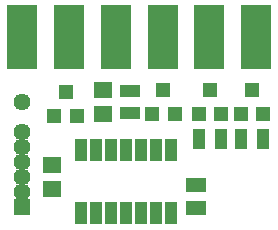
<source format=gts>
G04 #@! TF.FileFunction,Soldermask,Top*
%FSLAX46Y46*%
G04 Gerber Fmt 4.6, Leading zero omitted, Abs format (unit mm)*
G04 Created by KiCad (PCBNEW 4.0.5) date 11/08/17 13:58:34*
%MOMM*%
%LPD*%
G01*
G04 APERTURE LIST*
%ADD10C,0.100000*%
%ADD11R,1.650000X1.400000*%
%ADD12R,1.000000X1.900000*%
%ADD13R,1.797000X1.289000*%
%ADD14R,1.200100X1.200100*%
%ADD15R,1.700000X1.100000*%
%ADD16R,1.100000X1.700000*%
%ADD17R,1.441400X1.441400*%
%ADD18C,1.441400*%
%ADD19R,2.650000X5.400000*%
G04 APERTURE END LIST*
D10*
D11*
X177927000Y-55610000D03*
X177927000Y-53610000D03*
D12*
X187960000Y-52291000D03*
X186690000Y-52291000D03*
X185420000Y-52291000D03*
X184150000Y-52291000D03*
X182880000Y-52291000D03*
X181610000Y-52291000D03*
X180340000Y-52291000D03*
X180340000Y-57691000D03*
X181610000Y-57691000D03*
X182880000Y-57691000D03*
X184150000Y-57691000D03*
X185420000Y-57691000D03*
X186690000Y-57691000D03*
X187960000Y-57691000D03*
D13*
X190119000Y-55308500D03*
X190119000Y-57213500D03*
D11*
X182245000Y-49276000D03*
X182245000Y-47276000D03*
D14*
X186375000Y-49260760D03*
X188275000Y-49260760D03*
X187325000Y-47261780D03*
X193868000Y-49260760D03*
X195768000Y-49260760D03*
X194818000Y-47261780D03*
X190312000Y-49260760D03*
X192212000Y-49260760D03*
X191262000Y-47261780D03*
D15*
X184531000Y-47310000D03*
X184531000Y-49210000D03*
D16*
X193868000Y-51435000D03*
X195768000Y-51435000D03*
X192212000Y-51435000D03*
X190312000Y-51435000D03*
D14*
X178104760Y-49448760D03*
X180004760Y-49448760D03*
X179054760Y-47449780D03*
D17*
X175387000Y-57150000D03*
D18*
X175387000Y-55880000D03*
X175387000Y-54610000D03*
X175387000Y-53340000D03*
X175387000Y-52070000D03*
X175387000Y-50800000D03*
X175387000Y-48260000D03*
D19*
X175387000Y-42746000D03*
X179349400Y-42746000D03*
X183311800Y-42746000D03*
X187274200Y-42746000D03*
X191236600Y-42746000D03*
X195199000Y-42746000D03*
M02*

</source>
